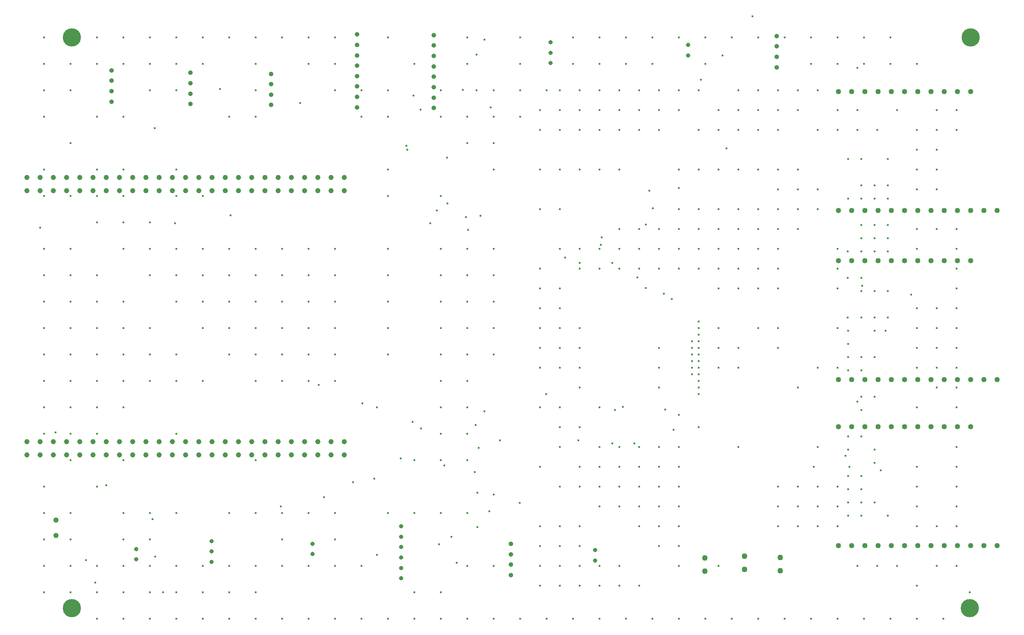
<source format=gbr>
%TF.GenerationSoftware,Altium Limited,Altium Designer,20.2.5 (213)*%
G04 Layer_Color=0*
%FSLAX26Y26*%
%MOIN*%
%TF.SameCoordinates,9BAFD9CD-774C-4051-972E-F2DD54F50950*%
%TF.FilePolarity,Positive*%
%TF.FileFunction,Plated,1,4,PTH,Drill*%
%TF.Part,Single*%
G01*
G75*
%TA.AperFunction,ComponentDrill*%
%ADD79C,0.040000*%
%ADD80C,0.031496*%
%ADD81C,0.035433*%
%ADD82C,0.039370*%
%ADD83C,0.043307*%
%ADD84C,0.040157*%
%TA.AperFunction,OtherDrill,Pad Free-5 (830mil,900mil)*%
%ADD85C,0.137795*%
%TA.AperFunction,OtherDrill,Pad Free-4 (7620mil,900mil)*%
%ADD86C,0.137795*%
%TA.AperFunction,OtherDrill,Pad Free-3 (7625mil,5220mil)*%
%ADD87C,0.137795*%
%TA.AperFunction,OtherDrill,Pad Free-2 (830mil,5220mil)*%
%ADD88C,0.137795*%
%TA.AperFunction,ViaDrill,NotFilled*%
%ADD89C,0.015000*%
D79*
X7825000Y3910000D02*
D03*
X7725000D02*
D03*
X7625000D02*
D03*
X7525000D02*
D03*
X7425000D02*
D03*
X7325000D02*
D03*
X7225000D02*
D03*
X7125000D02*
D03*
X7025000D02*
D03*
X6925000D02*
D03*
X6825000D02*
D03*
X6725000D02*
D03*
X6625000D02*
D03*
X7825000Y2630000D02*
D03*
X7725000D02*
D03*
X7625000D02*
D03*
X7525000D02*
D03*
X7425000D02*
D03*
X7325000D02*
D03*
X7225000D02*
D03*
X7125000D02*
D03*
X7025000D02*
D03*
X6925000D02*
D03*
X6825000D02*
D03*
X6725000D02*
D03*
X6625000D02*
D03*
Y4810000D02*
D03*
X6725000D02*
D03*
X6825000D02*
D03*
X6925000D02*
D03*
X7025000D02*
D03*
X7125000D02*
D03*
X7225000D02*
D03*
X7325000D02*
D03*
X7425000D02*
D03*
X7525000D02*
D03*
X7625000D02*
D03*
Y2275000D02*
D03*
X7525000D02*
D03*
X7425000D02*
D03*
X7325000D02*
D03*
X7225000D02*
D03*
X7125000D02*
D03*
X7025000D02*
D03*
X6925000D02*
D03*
X6825000D02*
D03*
X6725000D02*
D03*
X6625000D02*
D03*
X7625000Y3530000D02*
D03*
X7525000D02*
D03*
X7425000D02*
D03*
X7325000D02*
D03*
X7225000D02*
D03*
X7125000D02*
D03*
X7025000D02*
D03*
X6925000D02*
D03*
X6825000D02*
D03*
X6725000D02*
D03*
X6625000D02*
D03*
Y1375000D02*
D03*
X6725000D02*
D03*
X6825000D02*
D03*
X6925000D02*
D03*
X7025000D02*
D03*
X7125000D02*
D03*
X7225000D02*
D03*
X7325000D02*
D03*
X7425000D02*
D03*
X7525000D02*
D03*
X7625000D02*
D03*
X7725000D02*
D03*
X7825000D02*
D03*
D80*
X1885000Y1408740D02*
D03*
Y1330000D02*
D03*
Y1251260D02*
D03*
X1315000Y1348740D02*
D03*
Y1270000D02*
D03*
X4785000Y1261260D02*
D03*
Y1340000D02*
D03*
X4450000Y5027520D02*
D03*
Y5106260D02*
D03*
Y5185000D02*
D03*
X3320000Y1127520D02*
D03*
Y1206260D02*
D03*
Y1285000D02*
D03*
Y1363740D02*
D03*
Y1442480D02*
D03*
Y1521220D02*
D03*
X2650000Y1310000D02*
D03*
Y1388740D02*
D03*
X5490000Y5163740D02*
D03*
Y5085000D02*
D03*
D81*
X4150000Y1151260D02*
D03*
Y1230000D02*
D03*
Y1308740D02*
D03*
Y1387480D02*
D03*
X2985000Y5243702D02*
D03*
Y5164960D02*
D03*
Y5086220D02*
D03*
Y5007480D02*
D03*
Y4928740D02*
D03*
Y4850000D02*
D03*
Y4771260D02*
D03*
Y4692520D02*
D03*
X6160000Y4996260D02*
D03*
Y5075000D02*
D03*
Y5153740D02*
D03*
Y5232480D02*
D03*
X1130000Y4972480D02*
D03*
Y4893740D02*
D03*
Y4815000D02*
D03*
Y4736260D02*
D03*
X3565000Y4687520D02*
D03*
Y4766260D02*
D03*
Y4845000D02*
D03*
Y4923740D02*
D03*
Y5002480D02*
D03*
Y5081220D02*
D03*
Y5159960D02*
D03*
Y5238700D02*
D03*
X2335000Y4710000D02*
D03*
Y4788740D02*
D03*
Y4867480D02*
D03*
Y4946220D02*
D03*
X1725000Y4717520D02*
D03*
Y4796260D02*
D03*
Y4875000D02*
D03*
Y4953740D02*
D03*
D82*
X490000Y2060000D02*
D03*
Y2160000D02*
D03*
X590000Y2060000D02*
D03*
Y2160000D02*
D03*
X690000Y2060000D02*
D03*
Y2160000D02*
D03*
X790000Y2060000D02*
D03*
Y2160000D02*
D03*
X890000Y2060000D02*
D03*
Y2160000D02*
D03*
X990000Y2060000D02*
D03*
Y2160000D02*
D03*
X1090000Y2060000D02*
D03*
Y2160000D02*
D03*
X1190000Y2060000D02*
D03*
Y2160000D02*
D03*
X1290000Y2060000D02*
D03*
Y2160000D02*
D03*
X1390000Y2060000D02*
D03*
Y2160000D02*
D03*
X1490000Y2060000D02*
D03*
Y2160000D02*
D03*
X1590000Y2060000D02*
D03*
Y2160000D02*
D03*
X1690000Y2060000D02*
D03*
Y2160000D02*
D03*
X1790000Y2060000D02*
D03*
Y2160000D02*
D03*
X1890000Y2060000D02*
D03*
Y2160000D02*
D03*
X1990000Y2060000D02*
D03*
Y2160000D02*
D03*
X2090000Y2060000D02*
D03*
Y2160000D02*
D03*
X2190000Y2060000D02*
D03*
Y2160000D02*
D03*
X2290000Y2060000D02*
D03*
Y2160000D02*
D03*
X2390000Y2060000D02*
D03*
Y2160000D02*
D03*
X2490000Y2060000D02*
D03*
Y2160000D02*
D03*
X2590000Y2060000D02*
D03*
Y2160000D02*
D03*
X2690000Y2060000D02*
D03*
Y2160000D02*
D03*
X2790000Y2060000D02*
D03*
Y2160000D02*
D03*
X2890000Y2060000D02*
D03*
Y2160000D02*
D03*
X490000Y4060000D02*
D03*
Y4160000D02*
D03*
X590000Y4060000D02*
D03*
Y4160000D02*
D03*
X690000Y4060000D02*
D03*
Y4160000D02*
D03*
X790000Y4060000D02*
D03*
Y4160000D02*
D03*
X890000Y4060000D02*
D03*
Y4160000D02*
D03*
X990000Y4060000D02*
D03*
Y4160000D02*
D03*
X1090000Y4060000D02*
D03*
Y4160000D02*
D03*
X1190000Y4060000D02*
D03*
Y4160000D02*
D03*
X1290000Y4060000D02*
D03*
Y4160000D02*
D03*
X1390000Y4060000D02*
D03*
Y4160000D02*
D03*
X1490000Y4060000D02*
D03*
Y4160000D02*
D03*
X1590000Y4060000D02*
D03*
Y4160000D02*
D03*
X1690000Y4060000D02*
D03*
Y4160000D02*
D03*
X1790000Y4060000D02*
D03*
Y4160000D02*
D03*
X1890000Y4060000D02*
D03*
Y4160000D02*
D03*
X1990000Y4060000D02*
D03*
Y4160000D02*
D03*
X2090000Y4060000D02*
D03*
Y4160000D02*
D03*
X2190000Y4060000D02*
D03*
Y4160000D02*
D03*
X2290000Y4060000D02*
D03*
Y4160000D02*
D03*
X2390000Y4060000D02*
D03*
Y4160000D02*
D03*
X2490000Y4060000D02*
D03*
Y4160000D02*
D03*
X2590000Y4060000D02*
D03*
Y4160000D02*
D03*
X2690000Y4060000D02*
D03*
Y4160000D02*
D03*
X2790000Y4060000D02*
D03*
Y4160000D02*
D03*
X2890000Y4060000D02*
D03*
Y4160000D02*
D03*
D83*
X6185000Y1185000D02*
D03*
Y1285000D02*
D03*
X5915000Y1295000D02*
D03*
Y1195000D02*
D03*
X5615000Y1180000D02*
D03*
Y1280000D02*
D03*
D84*
X710000Y1450000D02*
D03*
Y1568110D02*
D03*
D85*
X830000Y900000D02*
D03*
D86*
X7620000D02*
D03*
D87*
X7625000Y5220000D02*
D03*
D88*
X830000D02*
D03*
D89*
X1455000Y4535000D02*
D03*
X1420000Y3820000D02*
D03*
X1610000Y3815000D02*
D03*
X1018000Y4220000D02*
D03*
X6900000Y3000000D02*
D03*
X6982402D02*
D03*
X7620000Y1020000D02*
D03*
X7420000Y820000D02*
D03*
X7220000Y5020000D02*
D03*
Y820000D02*
D03*
X7020000Y5220000D02*
D03*
Y5020000D02*
D03*
Y820000D02*
D03*
X6820000Y5220000D02*
D03*
Y5020000D02*
D03*
Y820000D02*
D03*
X6620000Y5220000D02*
D03*
Y5020000D02*
D03*
Y820000D02*
D03*
X6420000Y5220000D02*
D03*
Y5020000D02*
D03*
Y820000D02*
D03*
X6220000Y5220000D02*
D03*
Y820000D02*
D03*
X6020000Y5220000D02*
D03*
Y820000D02*
D03*
X5820000Y5220000D02*
D03*
Y820000D02*
D03*
X5620000Y5220000D02*
D03*
Y5020000D02*
D03*
Y820000D02*
D03*
X5420000Y5220000D02*
D03*
Y820000D02*
D03*
X5220000Y5220000D02*
D03*
Y5020000D02*
D03*
Y820000D02*
D03*
X5020000Y5220000D02*
D03*
Y5020000D02*
D03*
Y820000D02*
D03*
X4820000Y5220000D02*
D03*
Y5020000D02*
D03*
Y820000D02*
D03*
X4620000Y5220000D02*
D03*
Y5020000D02*
D03*
Y820000D02*
D03*
X4420000Y4820000D02*
D03*
Y820000D02*
D03*
X4220000Y5220000D02*
D03*
Y5020000D02*
D03*
Y4820000D02*
D03*
Y4620000D02*
D03*
Y820000D02*
D03*
X4020000Y4820000D02*
D03*
Y4620000D02*
D03*
Y4420000D02*
D03*
Y4220000D02*
D03*
Y3620000D02*
D03*
Y3420000D02*
D03*
Y3220000D02*
D03*
Y3020000D02*
D03*
Y2820000D02*
D03*
Y1220000D02*
D03*
Y820000D02*
D03*
X3820000Y5220000D02*
D03*
Y5020000D02*
D03*
Y4620000D02*
D03*
Y4420000D02*
D03*
Y3620000D02*
D03*
Y3420000D02*
D03*
Y3220000D02*
D03*
Y3020000D02*
D03*
Y2820000D02*
D03*
Y2620000D02*
D03*
Y2420000D02*
D03*
Y2220000D02*
D03*
Y2020000D02*
D03*
Y1620000D02*
D03*
Y1220000D02*
D03*
Y820000D02*
D03*
X3620000Y4820000D02*
D03*
Y4620000D02*
D03*
Y4020000D02*
D03*
Y3620000D02*
D03*
Y3420000D02*
D03*
Y3220000D02*
D03*
Y3020000D02*
D03*
Y2820000D02*
D03*
Y2620000D02*
D03*
Y2420000D02*
D03*
Y2220000D02*
D03*
Y2020000D02*
D03*
Y1620000D02*
D03*
Y1020000D02*
D03*
Y820000D02*
D03*
X3420000Y5020000D02*
D03*
Y2020000D02*
D03*
Y1620000D02*
D03*
Y1020000D02*
D03*
Y820000D02*
D03*
X3220000Y5220000D02*
D03*
Y4820000D02*
D03*
Y4620000D02*
D03*
Y4220000D02*
D03*
Y4020000D02*
D03*
Y3620000D02*
D03*
Y3420000D02*
D03*
Y3220000D02*
D03*
Y3020000D02*
D03*
Y2820000D02*
D03*
Y1620000D02*
D03*
Y820000D02*
D03*
X3020000Y4820000D02*
D03*
Y4620000D02*
D03*
Y1220000D02*
D03*
Y820000D02*
D03*
X2820000Y5220000D02*
D03*
Y5020000D02*
D03*
Y4820000D02*
D03*
Y3620000D02*
D03*
Y3420000D02*
D03*
Y3220000D02*
D03*
Y3020000D02*
D03*
Y2820000D02*
D03*
Y2620000D02*
D03*
Y1620000D02*
D03*
Y1420000D02*
D03*
Y1220000D02*
D03*
Y820000D02*
D03*
X2620000Y5220000D02*
D03*
Y5020000D02*
D03*
Y3620000D02*
D03*
Y3420000D02*
D03*
Y3220000D02*
D03*
Y3020000D02*
D03*
Y2820000D02*
D03*
Y2620000D02*
D03*
Y1620000D02*
D03*
Y1220000D02*
D03*
Y820000D02*
D03*
X2420000Y5220000D02*
D03*
Y3620000D02*
D03*
Y3420000D02*
D03*
Y3220000D02*
D03*
Y3020000D02*
D03*
Y2820000D02*
D03*
Y2620000D02*
D03*
Y1620000D02*
D03*
Y1420000D02*
D03*
Y1220000D02*
D03*
Y820000D02*
D03*
X2220000Y5220000D02*
D03*
Y5020000D02*
D03*
Y4820000D02*
D03*
Y4620000D02*
D03*
Y3620000D02*
D03*
Y3420000D02*
D03*
Y3220000D02*
D03*
Y3020000D02*
D03*
Y2820000D02*
D03*
Y2620000D02*
D03*
Y2020000D02*
D03*
Y1620000D02*
D03*
Y1220000D02*
D03*
Y1020000D02*
D03*
Y820000D02*
D03*
X2020000Y5220000D02*
D03*
Y4620000D02*
D03*
Y3620000D02*
D03*
Y3420000D02*
D03*
Y3220000D02*
D03*
Y3020000D02*
D03*
Y2820000D02*
D03*
Y1620000D02*
D03*
Y1220000D02*
D03*
Y1020000D02*
D03*
Y820000D02*
D03*
X1820000Y5220000D02*
D03*
Y5020000D02*
D03*
Y4020000D02*
D03*
Y3620000D02*
D03*
Y3420000D02*
D03*
Y3220000D02*
D03*
Y3020000D02*
D03*
Y2620000D02*
D03*
Y1220000D02*
D03*
Y1020000D02*
D03*
Y820000D02*
D03*
X1620000Y5220000D02*
D03*
Y5020000D02*
D03*
Y4820000D02*
D03*
Y4220000D02*
D03*
Y4020000D02*
D03*
Y3620000D02*
D03*
Y3420000D02*
D03*
Y3220000D02*
D03*
Y2820000D02*
D03*
Y2620000D02*
D03*
Y2220000D02*
D03*
Y1620000D02*
D03*
Y1220000D02*
D03*
Y1020000D02*
D03*
Y820000D02*
D03*
X1420000Y5220000D02*
D03*
Y5020000D02*
D03*
Y4820000D02*
D03*
Y3620000D02*
D03*
Y3420000D02*
D03*
Y3020000D02*
D03*
Y2820000D02*
D03*
Y2620000D02*
D03*
Y1620000D02*
D03*
Y1420000D02*
D03*
Y1220000D02*
D03*
Y1020000D02*
D03*
Y820000D02*
D03*
X1220000Y5220000D02*
D03*
Y5020000D02*
D03*
Y4620000D02*
D03*
Y4220000D02*
D03*
Y4020000D02*
D03*
Y3820000D02*
D03*
Y3620000D02*
D03*
Y3220000D02*
D03*
Y3020000D02*
D03*
Y2820000D02*
D03*
Y2620000D02*
D03*
Y2420000D02*
D03*
Y2020000D02*
D03*
Y1620000D02*
D03*
Y1420000D02*
D03*
Y1220000D02*
D03*
Y1020000D02*
D03*
Y820000D02*
D03*
X1020000Y5220000D02*
D03*
Y5020000D02*
D03*
Y4620000D02*
D03*
Y4020000D02*
D03*
Y3820000D02*
D03*
Y3420000D02*
D03*
Y3220000D02*
D03*
Y3020000D02*
D03*
Y2820000D02*
D03*
Y2620000D02*
D03*
Y2420000D02*
D03*
Y2220000D02*
D03*
Y1820000D02*
D03*
Y1220000D02*
D03*
Y1020000D02*
D03*
Y820000D02*
D03*
X820000Y5020000D02*
D03*
Y4820000D02*
D03*
Y4420000D02*
D03*
Y4020000D02*
D03*
Y3620000D02*
D03*
Y3420000D02*
D03*
Y3220000D02*
D03*
Y3020000D02*
D03*
Y2820000D02*
D03*
Y2620000D02*
D03*
Y2420000D02*
D03*
Y2220000D02*
D03*
Y2020000D02*
D03*
Y1620000D02*
D03*
Y1420000D02*
D03*
Y1220000D02*
D03*
Y1020000D02*
D03*
X620000Y5220000D02*
D03*
Y5020000D02*
D03*
Y4820000D02*
D03*
Y4620000D02*
D03*
Y4220000D02*
D03*
Y4020000D02*
D03*
Y3620000D02*
D03*
Y3420000D02*
D03*
Y3220000D02*
D03*
Y3020000D02*
D03*
Y2820000D02*
D03*
Y2620000D02*
D03*
Y2420000D02*
D03*
Y2220000D02*
D03*
Y1820000D02*
D03*
Y1620000D02*
D03*
Y1420000D02*
D03*
Y1220000D02*
D03*
Y1020000D02*
D03*
X7520000Y4670000D02*
D03*
Y4520000D02*
D03*
Y3770000D02*
D03*
Y3620000D02*
D03*
Y3470000D02*
D03*
Y3320000D02*
D03*
Y3170000D02*
D03*
Y3020000D02*
D03*
Y2870000D02*
D03*
Y2720000D02*
D03*
Y2570000D02*
D03*
Y2420000D02*
D03*
Y2120000D02*
D03*
Y1970000D02*
D03*
Y1820000D02*
D03*
Y1670000D02*
D03*
Y1520000D02*
D03*
Y1220000D02*
D03*
X7370000Y4670000D02*
D03*
Y4520000D02*
D03*
Y4370000D02*
D03*
Y4220000D02*
D03*
Y4070000D02*
D03*
Y3770000D02*
D03*
Y3170000D02*
D03*
Y3020000D02*
D03*
Y2870000D02*
D03*
Y2720000D02*
D03*
Y2570000D02*
D03*
Y1520000D02*
D03*
Y1220000D02*
D03*
X7220000Y4520000D02*
D03*
Y4370000D02*
D03*
Y4220000D02*
D03*
Y4070000D02*
D03*
Y3770000D02*
D03*
Y3620000D02*
D03*
Y3170000D02*
D03*
Y3020000D02*
D03*
Y2870000D02*
D03*
Y2720000D02*
D03*
Y2420000D02*
D03*
Y1970000D02*
D03*
Y1820000D02*
D03*
Y1670000D02*
D03*
Y1520000D02*
D03*
Y1070000D02*
D03*
X7070000Y4670000D02*
D03*
Y1220000D02*
D03*
X6920000Y4520000D02*
D03*
Y1220000D02*
D03*
X6770000Y4670000D02*
D03*
Y4520000D02*
D03*
Y1220000D02*
D03*
X6620000Y4670000D02*
D03*
Y4520000D02*
D03*
Y3620000D02*
D03*
Y3470000D02*
D03*
Y3320000D02*
D03*
Y3020000D02*
D03*
Y2720000D02*
D03*
Y1820000D02*
D03*
Y1670000D02*
D03*
Y1520000D02*
D03*
X6470000Y4820000D02*
D03*
Y4520000D02*
D03*
Y4070000D02*
D03*
Y3920000D02*
D03*
Y2720000D02*
D03*
Y2120000D02*
D03*
Y1820000D02*
D03*
Y1670000D02*
D03*
Y1520000D02*
D03*
X6320000Y4820000D02*
D03*
Y4670000D02*
D03*
Y4220000D02*
D03*
Y4070000D02*
D03*
Y3920000D02*
D03*
Y3770000D02*
D03*
Y2570000D02*
D03*
Y1820000D02*
D03*
Y1670000D02*
D03*
Y1520000D02*
D03*
X6170000Y4820000D02*
D03*
Y4670000D02*
D03*
Y4520000D02*
D03*
Y4220000D02*
D03*
Y4070000D02*
D03*
Y3920000D02*
D03*
Y3770000D02*
D03*
Y3620000D02*
D03*
Y3470000D02*
D03*
Y3320000D02*
D03*
Y3020000D02*
D03*
Y2870000D02*
D03*
Y1820000D02*
D03*
Y1670000D02*
D03*
Y1520000D02*
D03*
X6020000Y4820000D02*
D03*
Y4670000D02*
D03*
Y4520000D02*
D03*
Y4220000D02*
D03*
Y3920000D02*
D03*
Y3770000D02*
D03*
Y3620000D02*
D03*
Y3470000D02*
D03*
Y3320000D02*
D03*
Y3020000D02*
D03*
X5870000Y4820000D02*
D03*
Y4670000D02*
D03*
Y4520000D02*
D03*
Y4220000D02*
D03*
Y3920000D02*
D03*
Y3770000D02*
D03*
Y3620000D02*
D03*
Y3470000D02*
D03*
Y3320000D02*
D03*
Y2870000D02*
D03*
Y2720000D02*
D03*
Y2120000D02*
D03*
X5720000Y4670000D02*
D03*
Y4520000D02*
D03*
Y4220000D02*
D03*
Y3920000D02*
D03*
Y3770000D02*
D03*
Y3620000D02*
D03*
Y3470000D02*
D03*
Y3320000D02*
D03*
Y3020000D02*
D03*
Y2870000D02*
D03*
Y2720000D02*
D03*
Y1220000D02*
D03*
X5570000Y4820000D02*
D03*
Y4520000D02*
D03*
Y4220000D02*
D03*
Y3920000D02*
D03*
Y3770000D02*
D03*
Y3620000D02*
D03*
Y3470000D02*
D03*
Y2270000D02*
D03*
X5420000Y4820000D02*
D03*
Y4670000D02*
D03*
Y4220000D02*
D03*
Y3920000D02*
D03*
Y3770000D02*
D03*
Y3620000D02*
D03*
Y3470000D02*
D03*
Y2120000D02*
D03*
Y1970000D02*
D03*
Y1820000D02*
D03*
Y1670000D02*
D03*
Y1520000D02*
D03*
Y1370000D02*
D03*
Y1220000D02*
D03*
X5270000Y4820000D02*
D03*
Y4670000D02*
D03*
Y4520000D02*
D03*
Y3770000D02*
D03*
Y3620000D02*
D03*
Y3470000D02*
D03*
Y2870000D02*
D03*
Y2720000D02*
D03*
Y2570000D02*
D03*
Y2120000D02*
D03*
Y1970000D02*
D03*
Y1820000D02*
D03*
Y1670000D02*
D03*
Y1520000D02*
D03*
Y1370000D02*
D03*
X5120000Y4820000D02*
D03*
Y4670000D02*
D03*
Y4520000D02*
D03*
Y3770000D02*
D03*
Y3620000D02*
D03*
Y3470000D02*
D03*
Y2120000D02*
D03*
Y1970000D02*
D03*
Y1820000D02*
D03*
Y1670000D02*
D03*
Y1520000D02*
D03*
Y1070000D02*
D03*
X4970000Y4820000D02*
D03*
Y4670000D02*
D03*
Y4520000D02*
D03*
Y4220000D02*
D03*
Y3770000D02*
D03*
Y3620000D02*
D03*
Y3470000D02*
D03*
Y2120000D02*
D03*
Y1970000D02*
D03*
Y1820000D02*
D03*
Y1670000D02*
D03*
Y1220000D02*
D03*
Y1070000D02*
D03*
X4820000Y4820000D02*
D03*
Y4670000D02*
D03*
Y4520000D02*
D03*
Y4220000D02*
D03*
Y3620000D02*
D03*
Y3470000D02*
D03*
Y2420000D02*
D03*
Y2120000D02*
D03*
Y1970000D02*
D03*
Y1820000D02*
D03*
Y1670000D02*
D03*
Y1220000D02*
D03*
Y1070000D02*
D03*
X4670000Y4820000D02*
D03*
Y4670000D02*
D03*
Y4520000D02*
D03*
Y4220000D02*
D03*
Y3620000D02*
D03*
Y3470000D02*
D03*
Y3020000D02*
D03*
Y2870000D02*
D03*
Y2720000D02*
D03*
Y2570000D02*
D03*
Y2270000D02*
D03*
Y1970000D02*
D03*
Y1820000D02*
D03*
Y1520000D02*
D03*
Y1370000D02*
D03*
Y1220000D02*
D03*
Y1070000D02*
D03*
X4520000Y4820000D02*
D03*
Y4670000D02*
D03*
Y4520000D02*
D03*
Y4220000D02*
D03*
Y3920000D02*
D03*
Y3620000D02*
D03*
Y3320000D02*
D03*
Y3170000D02*
D03*
Y3020000D02*
D03*
Y2870000D02*
D03*
Y2720000D02*
D03*
Y2420000D02*
D03*
Y2270000D02*
D03*
Y2120000D02*
D03*
Y1820000D02*
D03*
Y1520000D02*
D03*
Y1370000D02*
D03*
Y1220000D02*
D03*
Y1070000D02*
D03*
X4370000Y4670000D02*
D03*
Y4520000D02*
D03*
Y4220000D02*
D03*
Y3920000D02*
D03*
Y3470000D02*
D03*
Y3320000D02*
D03*
Y3170000D02*
D03*
Y3020000D02*
D03*
Y2870000D02*
D03*
Y2720000D02*
D03*
Y2420000D02*
D03*
Y1970000D02*
D03*
Y1520000D02*
D03*
Y1370000D02*
D03*
Y1220000D02*
D03*
Y1070000D02*
D03*
X4670000Y3515000D02*
D03*
X4915000D02*
D03*
X5750000Y5085000D02*
D03*
X5585000Y4900000D02*
D03*
X3890000Y5090000D02*
D03*
X3995000Y4690000D02*
D03*
X5570000Y3070000D02*
D03*
Y3020000D02*
D03*
Y2970000D02*
D03*
Y2920000D02*
D03*
Y2870000D02*
D03*
Y2820000D02*
D03*
Y2770000D02*
D03*
Y2720000D02*
D03*
Y2670000D02*
D03*
Y2620000D02*
D03*
Y2570000D02*
D03*
Y2520000D02*
D03*
X5520000Y2920000D02*
D03*
Y2870000D02*
D03*
Y2820000D02*
D03*
Y2770000D02*
D03*
Y2720000D02*
D03*
Y2670000D02*
D03*
X6695000Y3600000D02*
D03*
Y3400000D02*
D03*
Y3100000D02*
D03*
X6700000Y3000000D02*
D03*
Y2900000D02*
D03*
Y2800000D02*
D03*
X7000000Y4300000D02*
D03*
Y4100000D02*
D03*
Y4000000D02*
D03*
Y3800000D02*
D03*
Y3700000D02*
D03*
Y3600000D02*
D03*
Y3300000D02*
D03*
Y3100000D02*
D03*
Y1600000D02*
D03*
X6900000Y4100000D02*
D03*
Y4000000D02*
D03*
Y3800000D02*
D03*
Y3700000D02*
D03*
Y3600000D02*
D03*
Y3300000D02*
D03*
Y3100000D02*
D03*
Y2800000D02*
D03*
Y2500000D02*
D03*
Y2100000D02*
D03*
Y2000000D02*
D03*
Y1700000D02*
D03*
X6800000Y4300000D02*
D03*
Y4100000D02*
D03*
Y4000000D02*
D03*
Y3800000D02*
D03*
Y3700000D02*
D03*
Y3600000D02*
D03*
Y3400000D02*
D03*
Y3300000D02*
D03*
Y3100000D02*
D03*
Y2800000D02*
D03*
Y2700000D02*
D03*
Y2500000D02*
D03*
Y2400000D02*
D03*
Y2200000D02*
D03*
Y1900000D02*
D03*
Y1800000D02*
D03*
Y1700000D02*
D03*
Y1600000D02*
D03*
X6700000Y4300000D02*
D03*
Y4000000D02*
D03*
Y2700000D02*
D03*
Y2200000D02*
D03*
Y2100000D02*
D03*
Y1900000D02*
D03*
Y1800000D02*
D03*
Y1700000D02*
D03*
Y1600000D02*
D03*
X4215000Y1698000D02*
D03*
X2736887Y1742000D02*
D03*
X2410000Y1670000D02*
D03*
X6945000Y1945000D02*
D03*
X3882977Y2288044D02*
D03*
X3905000Y2115000D02*
D03*
X3874444Y1930556D02*
D03*
X3115000Y1883000D02*
D03*
X3315000Y2035000D02*
D03*
X3950000Y2390000D02*
D03*
X5105000Y3405000D02*
D03*
X6805000Y3340000D02*
D03*
X5170000Y3325000D02*
D03*
X7175000Y3275000D02*
D03*
X5305000Y3280000D02*
D03*
X5365000Y3240000D02*
D03*
X6770000Y2465000D02*
D03*
X5083292Y2148000D02*
D03*
X4915000D02*
D03*
X3025000Y2450000D02*
D03*
X2695000Y2590000D02*
D03*
X2030000Y3875000D02*
D03*
X6680000Y2055000D02*
D03*
X6770000Y4990000D02*
D03*
X5170000Y3805000D02*
D03*
X5223056Y3928056D02*
D03*
X4560000Y3555000D02*
D03*
X3366113Y4370000D02*
D03*
X3360000Y4400000D02*
D03*
X3665000Y4310000D02*
D03*
X5780000Y4380000D02*
D03*
X5420000Y2365000D02*
D03*
X4019958Y1762971D02*
D03*
X5315000Y2405000D02*
D03*
X4935000Y2402125D02*
D03*
X3645000Y1980000D02*
D03*
X4835000Y3707500D02*
D03*
X4830000Y3650000D02*
D03*
X5420000Y4080000D02*
D03*
X3920000Y3870000D02*
D03*
X6710000Y1970000D02*
D03*
X6440000Y1972000D02*
D03*
X4415000Y2520000D02*
D03*
X3700000Y1440000D02*
D03*
X3605000Y1385000D02*
D03*
X1440000Y1575000D02*
D03*
X1460000Y1290000D02*
D03*
X935000Y1265000D02*
D03*
X3785000Y4825000D02*
D03*
X3890000Y4820000D02*
D03*
X5380000Y2250000D02*
D03*
X3469125Y2261822D02*
D03*
X3740000Y1245000D02*
D03*
X3413044Y4782977D02*
D03*
X3670000Y3965000D02*
D03*
X5975000Y5382000D02*
D03*
X3405000Y2310000D02*
D03*
X1520000Y1020000D02*
D03*
X1005000Y1095000D02*
D03*
X3825000Y3765000D02*
D03*
X3588000Y3910000D02*
D03*
X5195000Y4060000D02*
D03*
X3895000Y1775000D02*
D03*
X4660000Y2170000D02*
D03*
X4065000D02*
D03*
X3987005Y1636000D02*
D03*
X705000Y2230000D02*
D03*
X3465000Y4675000D02*
D03*
X3137000Y2420000D02*
D03*
X2955000Y1855000D02*
D03*
X3895000Y1515000D02*
D03*
X590000Y3780000D02*
D03*
X2555000Y4725000D02*
D03*
X1090000Y1830000D02*
D03*
X3135000Y1305000D02*
D03*
X1950000Y4830000D02*
D03*
X4995000Y2425000D02*
D03*
X3810000Y3860000D02*
D03*
X3538736Y3816225D02*
D03*
X3950000Y5205000D02*
D03*
%TF.MD5,959250cc9db17efb18cc55a358c36707*%
M02*

</source>
